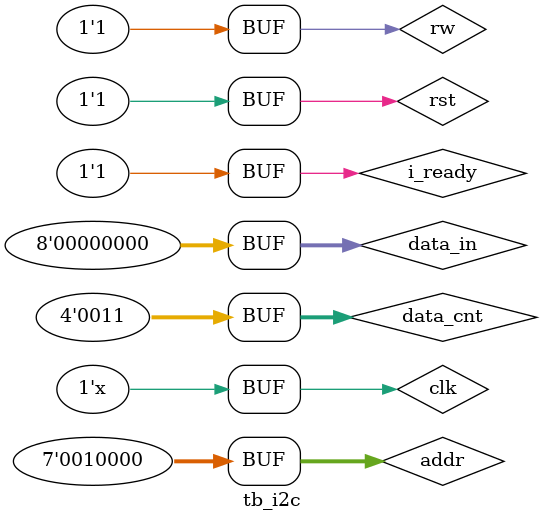
<source format=sv>
module tb_i2c;

reg clk ,rst;
reg i_ready;
reg [6:0] addr;
reg [3:0] data_cnt;
reg [7:0] data_in;
wire [7:0] data_out;
wire i_rxff_wr,i_txff_rd;
reg rw;
wire i2c_done;
wire sda,scl;
/*
i2c_master uut(
    .*
);
wire sclk,clk_en;
div_clk uut(
    .*
);*/
top_i2c uut(
    .clk(clk),
    .rst(rst),
    .i_ready(i_ready),
    .addr(addr),
    .data_in(data_in),
    .data_out(data_out),
    .data_cnt(data_cnt),
    .i_rxff_wr(i_rxff_wr),
    .i_txff_rd(i_txff_rd),
    .rw(rw),
    .i2c_done(i2c_done),
    .scl(scl),
    .sda(sda)
);
pullup p1(sda);
pullup p2(scl);
initial begin
    clk =0;
    rst =0;
    #10 rst =1;
    i_ready=1;
   addr = 7'b001_0000;
   rw =0;
   data_cnt = 4;
   #25000 
   data_in = 8'b0000_0000;
   #22500 
   data_in = 8'b0000_1000;
   #22500
   data_in = 8'b0000_0100;
   #22500
   data_in = 8'b0000_0010;
   #22500
   data_in = 8'b0000_0001;
   #25000
   data_cnt = 1 ;
   #23000
   data_in = 8'b0000_0000;
   #25000;
   rw = 1;
   data_cnt = 3;

end
always begin #5 clk =~clk; end
endmodule
</source>
